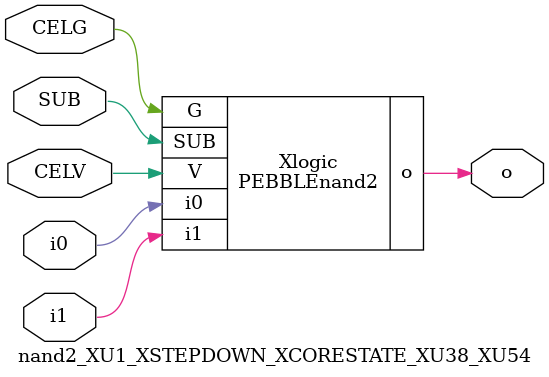
<source format=v>



module PEBBLEnand2 ( o, G, SUB, V, i0, i1 );

  input i0;
  input V;
  input i1;
  input G;
  output o;
  input SUB;
endmodule

//Celera Confidential Do Not Copy nand2_XU1_XSTEPDOWN_XCORESTATE_XU38_XU54
//Celera Confidential Symbol Generator
//5V NAND2
module nand2_XU1_XSTEPDOWN_XCORESTATE_XU38_XU54 (CELV,CELG,i0,i1,o,SUB);
input CELV;
input CELG;
input i0;
input i1;
input SUB;
output o;

//Celera Confidential Do Not Copy nand2
PEBBLEnand2 Xlogic(
.V (CELV),
.i0 (i0),
.i1 (i1),
.o (o),
.SUB (SUB),
.G (CELG)
);
//,diesize,PEBBLEnand2

//Celera Confidential Do Not Copy Module End
//Celera Schematic Generator
endmodule

</source>
